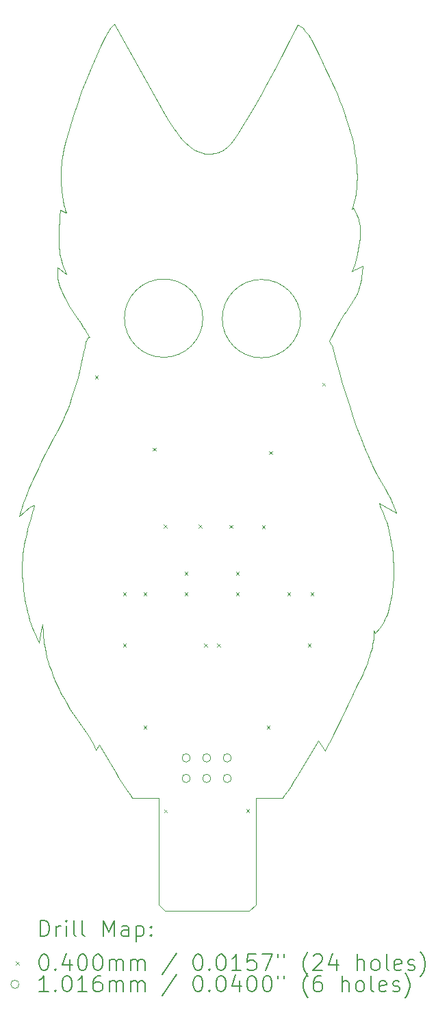
<source format=gbr>
%TF.GenerationSoftware,KiCad,Pcbnew,8.0.8*%
%TF.CreationDate,2025-01-21T00:02:26+01:00*%
%TF.ProjectId,cerberus,63657262-6572-4757-932e-6b696361645f,rev?*%
%TF.SameCoordinates,Original*%
%TF.FileFunction,Drillmap*%
%TF.FilePolarity,Positive*%
%FSLAX45Y45*%
G04 Gerber Fmt 4.5, Leading zero omitted, Abs format (unit mm)*
G04 Created by KiCad (PCBNEW 8.0.8) date 2025-01-21 00:02:26*
%MOMM*%
%LPD*%
G01*
G04 APERTURE LIST*
%ADD10C,0.000001*%
%ADD11C,0.050000*%
%ADD12C,0.200000*%
%ADD13C,0.100000*%
%ADD14C,0.101600*%
G04 APERTURE END LIST*
D10*
X6697727Y-6813741D02*
X6708936Y-6805598D01*
X8367460Y-7962910D02*
X8360344Y-8011356D01*
X6661892Y-6835608D02*
X6674216Y-6828772D01*
X8770827Y-12307639D02*
X8764816Y-12347933D01*
X8245540Y-10000224D02*
X8284009Y-10113761D01*
X4465570Y-12923365D02*
X4461117Y-12888586D01*
X8327248Y-13479396D02*
X8293400Y-13550890D01*
X6752454Y-6767549D02*
X6762578Y-6757152D01*
X8320961Y-7603172D02*
X8330901Y-7622587D01*
X8681589Y-11377018D02*
X8691236Y-11403250D01*
X5021019Y-14089627D02*
X5004224Y-14064455D01*
X8009764Y-14135465D02*
X7979433Y-14192061D01*
X6857474Y-6629739D02*
X6949993Y-6478442D01*
X8338081Y-8595783D02*
X8327488Y-8618805D01*
X8277677Y-6688497D02*
X8295531Y-6770385D01*
X4248829Y-12491883D02*
X4237638Y-12437409D01*
X4438187Y-12732067D02*
X4435078Y-12748394D01*
X7735166Y-5403090D02*
X7752762Y-5431807D01*
X7578445Y-5322397D02*
X7603878Y-5270588D01*
X6138912Y-6651388D02*
X6176277Y-6695134D01*
X4817138Y-8817592D02*
X4769168Y-8740354D01*
X4633544Y-10298097D02*
X4667356Y-10233895D01*
X4155769Y-11358316D02*
X4210182Y-11191317D01*
X8301924Y-8310351D02*
X8308456Y-8306644D01*
X6255495Y-6772066D02*
X6276239Y-6788621D01*
X6035710Y-6506899D02*
X6068636Y-6556614D01*
X8339723Y-7642589D02*
X8347465Y-7663140D01*
X4869590Y-13868874D02*
X4829187Y-13808150D01*
X4648494Y-13494528D02*
X4630194Y-13455960D01*
X8481648Y-10633756D02*
X8528453Y-10734351D01*
X8257129Y-6607127D02*
X8277677Y-6688497D01*
X4725035Y-8663185D02*
X4705075Y-8625031D01*
X4324675Y-11228970D02*
X4319200Y-11230701D01*
X6608539Y-6857817D02*
X6622508Y-6853087D01*
X8286548Y-7540653D02*
X8320961Y-7603172D01*
X8329199Y-8154019D02*
X8303372Y-8243852D01*
X4288822Y-12645725D02*
X4274470Y-12596431D01*
X4337237Y-11225632D02*
X4330683Y-11227272D01*
X7477107Y-14760076D02*
X7436943Y-14818449D01*
X6340741Y-6830546D02*
X6363002Y-6841669D01*
X4357674Y-10837792D02*
X4392235Y-10764540D01*
X4193636Y-12039709D02*
X4193187Y-11986774D01*
X4637017Y-8445052D02*
X4631623Y-8412349D01*
X4649647Y-7777212D02*
X4654137Y-7711761D01*
X4991317Y-9080458D02*
X4977406Y-9059048D01*
X8741047Y-11582542D02*
X8749878Y-11626144D01*
X4735066Y-7586256D02*
X4729030Y-7567422D01*
X7856441Y-14136667D02*
X7594430Y-14577470D01*
X4333309Y-11265915D02*
X4344351Y-11224076D01*
X7603878Y-5270588D02*
X7651306Y-5303069D01*
X4911371Y-9520394D02*
X4954825Y-9323834D01*
X8380748Y-10387853D02*
X8432312Y-10518755D01*
X6809154Y-6701320D02*
X6817731Y-6689590D01*
X4954825Y-9323834D02*
X4967170Y-9266214D01*
X4673479Y-7151770D02*
X4673437Y-7128628D01*
X4647938Y-7987730D02*
X4646116Y-7941833D01*
X4445000Y-12700000D02*
X4441491Y-12715932D01*
X4193187Y-11986774D02*
X4194369Y-11936175D01*
X5386509Y-14590888D02*
X5347708Y-14526882D01*
X4259069Y-11062689D02*
X4278136Y-11016761D01*
X7683609Y-5332699D02*
X7700485Y-5353119D01*
X4302336Y-11237448D02*
X4296731Y-11240362D01*
X4724491Y-8323024D02*
X4702954Y-8262435D01*
X4330683Y-11227272D02*
X4324675Y-11228970D01*
X8372427Y-7914526D02*
X8367460Y-7962910D01*
X8731432Y-12499549D02*
X8720710Y-12534581D01*
X8347465Y-7663140D02*
X8354165Y-7684202D01*
X6480039Y-6872195D02*
X6497835Y-6872921D01*
X4723129Y-7548027D02*
X4717437Y-7527975D01*
X4486796Y-13045963D02*
X4476152Y-12991168D01*
X4628743Y-8282474D02*
X4738423Y-8361813D01*
X8335401Y-7209210D02*
X8333781Y-7242297D01*
X5108734Y-14253027D02*
X5070053Y-14172359D01*
X4327257Y-10904273D02*
X4357674Y-10837792D01*
X4681341Y-7307220D02*
X4679422Y-7285373D01*
X8122679Y-6213512D02*
X8153045Y-6290230D01*
X8024535Y-5990200D02*
X8058193Y-6063379D01*
X6772418Y-6746459D02*
X6781986Y-6735500D01*
X4706970Y-7485514D02*
X4702342Y-7462914D01*
X4204232Y-12208171D02*
X4199211Y-12150842D01*
X4314242Y-11232439D02*
X4309788Y-11234160D01*
X4982932Y-9200863D02*
X4987766Y-9185051D01*
X4667356Y-10233895D02*
X4698962Y-10168203D01*
X8547508Y-12775247D02*
X8545583Y-12808538D01*
X6004249Y-6456504D02*
X6035710Y-6506899D01*
X8347964Y-8571677D02*
X8338081Y-8595783D01*
X4441491Y-12715932D02*
X4438187Y-12732067D01*
X8303372Y-8243852D02*
X8276390Y-8326619D01*
X4685455Y-6957854D02*
X4692609Y-6911994D01*
X4296731Y-11240362D02*
X4292859Y-11242700D01*
X4450442Y-12778963D02*
X4445000Y-12700000D01*
X7659168Y-5308945D02*
X7667181Y-5315876D01*
X8529549Y-12941607D02*
X8522724Y-12976221D01*
X8118222Y-9585228D02*
X8148052Y-9690994D01*
X8387410Y-8424587D02*
X8380784Y-8458528D01*
X7913317Y-5756500D02*
X7938259Y-5811534D01*
X6686157Y-6821474D02*
X6697727Y-6813741D01*
X4261123Y-12545020D02*
X4248829Y-12491883D01*
X5286005Y-5316706D02*
X5332482Y-5264795D01*
X4499416Y-13100423D02*
X4486796Y-13045963D01*
X4728442Y-10101436D02*
X4755877Y-10034007D01*
X8365677Y-8519037D02*
X8357156Y-8546193D01*
X8174708Y-8859863D02*
X8146650Y-8904655D01*
X4676375Y-7241591D02*
X4675248Y-7219491D01*
X4985957Y-14037650D02*
X4945681Y-13979471D01*
X8273318Y-7555833D02*
X8286548Y-7540653D01*
X4746489Y-8701680D02*
X4725035Y-8663185D01*
X4947688Y-9014207D02*
X4916042Y-8967082D01*
X8055630Y-9342863D02*
X8087779Y-9470606D01*
X4629592Y-8381122D02*
X4628743Y-8282474D01*
X6742039Y-6777622D02*
X6752454Y-6767549D01*
X6708936Y-6805598D02*
X6720289Y-6796676D01*
X6531885Y-6872080D02*
X6548161Y-6870566D01*
X8493143Y-13087685D02*
X8479757Y-13128294D01*
X4674388Y-7197173D02*
X4673797Y-7174609D01*
X4967170Y-9266214D02*
X4972713Y-9241532D01*
X4298741Y-11387795D02*
X4321943Y-11307021D01*
X7667181Y-5315876D02*
X7683609Y-5332699D01*
X8333464Y-7059510D02*
X8335381Y-7100953D01*
X8263187Y-8727960D02*
X8231813Y-8774337D01*
X4195661Y-12094543D02*
X4193636Y-12039709D01*
X7717706Y-5376722D02*
X7735166Y-5403090D01*
X6817731Y-6689590D02*
X6826085Y-6677741D01*
X6318861Y-6817943D02*
X6340741Y-6830546D01*
X4470562Y-12957510D02*
X4465570Y-12923365D01*
X5535216Y-14814434D02*
X5487420Y-14744824D01*
X4741165Y-7604624D02*
X4735066Y-7586256D01*
X4514254Y-13155188D02*
X4499416Y-13100423D01*
X4692609Y-6911994D02*
X4701314Y-6864087D01*
X4646116Y-7941833D02*
X4645731Y-7891768D01*
X4660440Y-7640222D02*
X4667266Y-7569774D01*
X4667266Y-7569774D02*
X4731134Y-7599792D01*
X6731320Y-6787340D02*
X6742039Y-6777622D01*
X4683778Y-8202451D02*
X4675310Y-8171486D01*
X4227597Y-12381987D02*
X4218478Y-12324178D01*
X4667372Y-13532399D02*
X4648494Y-13494528D01*
X7938940Y-14264699D02*
X7856441Y-14136667D01*
X8374934Y-7866509D02*
X8372427Y-7914526D01*
X4292859Y-11242700D02*
X4289869Y-11244836D01*
X8757879Y-12387367D02*
X8750008Y-12425845D01*
X8291253Y-8684311D02*
X8263187Y-8727960D01*
X8371330Y-7772794D02*
X8374672Y-7819163D01*
X7651306Y-5303069D02*
X7659168Y-5308945D01*
X4705075Y-8625031D02*
X4686875Y-8587380D01*
X8310751Y-7414963D02*
X8299299Y-7464596D01*
X5557948Y-14847935D02*
X5535216Y-14814434D01*
X4731134Y-7599792D02*
X4741165Y-7604624D01*
X7555320Y-14640253D02*
X7516389Y-14700899D01*
X4693024Y-8232608D02*
X4683778Y-8202451D01*
X4344351Y-11224076D02*
X4337237Y-11225632D01*
X8022864Y-9239927D02*
X8024625Y-9243411D01*
X8651168Y-11302267D02*
X8661474Y-11326623D01*
X4457149Y-12853024D02*
X4453609Y-12816532D01*
X6068636Y-6556614D02*
X6103034Y-6604996D01*
X6429883Y-8907130D02*
G75*
G02*
X5459883Y-8907130I-485000J0D01*
G01*
X5459883Y-8907130D02*
G75*
G02*
X6429883Y-8907130I485000J0D01*
G01*
X8016661Y-9139560D02*
X7992491Y-9188358D01*
X4319200Y-11230701D02*
X4314242Y-11232439D01*
X8682709Y-12631248D02*
X8668070Y-12660339D01*
X5254593Y-5361388D02*
X5271627Y-5335202D01*
X8572420Y-10822032D02*
X8613246Y-10898291D01*
X8783780Y-11901921D02*
X8786155Y-11949083D01*
X4461117Y-12888586D02*
X4457149Y-12853024D01*
X5028173Y-9139914D02*
X5016790Y-9120952D01*
X6563954Y-6868356D02*
X6579273Y-6865478D01*
X6674216Y-6828772D02*
X6686157Y-6821474D01*
X8181851Y-6367890D02*
X8208868Y-6446376D01*
X8087779Y-9470606D02*
X8118222Y-9585228D01*
X8446817Y-13216340D02*
X8426970Y-13264324D01*
X8340903Y-8107215D02*
X8329199Y-8154019D01*
X4683521Y-7329068D02*
X4681341Y-7307220D01*
X8696357Y-12600527D02*
X8682709Y-12631248D01*
X4729030Y-7567422D02*
X4723129Y-7548027D01*
X7413537Y-14848345D02*
X7085004Y-14848000D01*
X8054851Y-9339930D02*
X8055630Y-9342863D01*
X4337429Y-12777015D02*
X4328785Y-12757146D01*
X5004475Y-9101113D02*
X4991317Y-9080458D01*
X4755877Y-10034007D02*
X4781347Y-9966329D01*
X7700485Y-5353119D02*
X7717706Y-5376722D01*
X5213537Y-5434818D02*
X5254593Y-5361388D01*
X8308456Y-8306644D02*
X8315044Y-8303095D01*
X6432074Y-6865329D02*
X6455864Y-6869708D01*
X4404647Y-12926212D02*
X4337429Y-12777015D01*
X8731334Y-11539946D02*
X8741047Y-11582542D01*
X8426970Y-13264324D02*
X8404675Y-13315316D01*
X4203203Y-11818228D02*
X4207682Y-11781183D01*
X5052035Y-5787432D02*
X5110304Y-5651857D01*
X5016790Y-9120952D02*
X5004475Y-9101113D01*
X8129864Y-13893922D02*
X8046098Y-14064295D01*
X8542971Y-12841546D02*
X8539525Y-12874543D01*
X4977406Y-9059048D02*
X4947688Y-9014207D01*
X4574499Y-13327704D02*
X4551553Y-13268189D01*
X7992491Y-9188358D02*
X8012919Y-9222542D01*
X8393442Y-8387795D02*
X8387410Y-8424587D01*
X4673437Y-7128628D02*
X4673672Y-7105155D01*
X4575545Y-10404610D02*
X4633544Y-10298097D01*
X4263331Y-11512750D02*
X4298741Y-11387795D01*
X8330614Y-7018075D02*
X8333464Y-7059510D01*
X5271627Y-5335202D02*
X5286005Y-5316706D01*
X8764861Y-11171340D02*
X8772757Y-11190206D01*
X8776182Y-11808127D02*
X8783780Y-11901921D01*
X8373547Y-8489913D02*
X8365677Y-8519037D01*
X8024625Y-9243411D02*
X8054851Y-9339930D01*
X5110304Y-5651857D02*
X5164789Y-5532980D01*
X7770391Y-5462456D02*
X7787947Y-5494620D01*
X8464364Y-13171088D02*
X8446817Y-13216340D01*
X8691236Y-11403250D02*
X8700501Y-11430303D01*
X8479757Y-13128294D02*
X8464364Y-13171088D01*
X8331437Y-7274019D02*
X8328424Y-7304456D01*
X8234115Y-6526384D02*
X8257129Y-6607127D01*
X6622508Y-6853087D02*
X6636049Y-6847791D01*
X4997275Y-9162915D02*
X5006052Y-9148577D01*
X4474515Y-10597880D02*
X4522596Y-10504551D01*
X6455864Y-6869708D02*
X6480039Y-6872195D01*
X5487420Y-14744824D02*
X5437921Y-14670453D01*
X7955545Y-5848207D02*
X7990243Y-5918437D01*
X8613246Y-10898291D02*
X8684255Y-11022517D01*
X8558040Y-12811668D02*
X8547508Y-12775247D01*
X4676156Y-7042700D02*
X4679941Y-7001483D01*
X8741195Y-12463271D02*
X8731432Y-12499549D01*
X5004224Y-14064455D02*
X4985957Y-14037650D01*
X8630470Y-11254751D02*
X8651168Y-11302267D01*
X8756027Y-11152198D02*
X8764861Y-11171340D01*
X8354165Y-7684202D02*
X8359863Y-7705736D01*
X8788008Y-12043314D02*
X8787465Y-12090134D01*
X8210708Y-9894507D02*
X8245540Y-10000224D01*
X8764854Y-11715869D02*
X8770979Y-11761744D01*
X8635784Y-12713246D02*
X8618121Y-12736870D01*
X8764816Y-12347933D02*
X8757879Y-12387367D01*
X6791292Y-6724304D02*
X6800344Y-6712901D01*
X8284009Y-10113761D02*
X8327262Y-10239560D01*
X5859590Y-6201066D02*
X5945698Y-6356304D01*
X7938259Y-5811534D02*
X7948037Y-5832647D01*
X4661086Y-8105210D02*
X4655517Y-8068939D01*
X8528453Y-10734351D02*
X8572420Y-10822032D01*
X4686875Y-8587380D02*
X4670702Y-8550395D01*
X8178362Y-9792170D02*
X8210708Y-9894507D01*
X5070053Y-14172359D02*
X5065734Y-14163696D01*
X8327262Y-10239560D02*
X8380748Y-10387853D01*
X4994893Y-9167236D02*
X4997275Y-9162915D01*
X8720710Y-12534581D02*
X8709021Y-12568273D01*
X4237638Y-12437409D02*
X4227597Y-12381987D01*
X7495860Y-5488027D02*
X7578445Y-5322397D01*
X4972713Y-9241532D02*
X4977940Y-9219719D01*
X6800344Y-6712901D02*
X6809154Y-6701320D01*
X4706526Y-13605980D02*
X4686744Y-13569556D01*
X4196492Y-11895634D02*
X4199455Y-11856348D01*
X4305824Y-11235838D02*
X4302336Y-11237448D01*
X4846771Y-9765946D02*
X4882036Y-9638701D01*
X4992520Y-9172373D02*
X4994893Y-9167236D01*
X6515113Y-6872874D02*
X6531885Y-6872080D01*
X8360344Y-8011356D02*
X8351388Y-8059560D01*
X8380784Y-8458528D02*
X8373547Y-8489913D01*
X4679941Y-7001483D02*
X4685455Y-6957854D01*
X8410008Y-8258591D02*
X8398900Y-8347860D01*
X8326860Y-6976661D02*
X8330614Y-7018075D01*
X8231813Y-8774337D02*
X8203530Y-8815926D01*
X8012919Y-9222542D02*
X8019343Y-9233568D01*
X8019343Y-9233568D02*
X8022864Y-9239927D01*
X4685958Y-7350945D02*
X4683521Y-7329068D01*
X7594430Y-14577470D02*
X7555320Y-14640253D01*
X4711481Y-6814315D02*
X4735848Y-6709906D01*
X7639415Y-8912687D02*
G75*
G02*
X6669415Y-8912687I-485000J0D01*
G01*
X6669415Y-8912687D02*
G75*
G02*
X7639415Y-8912687I485000J0D01*
G01*
X4278136Y-11016761D02*
X4300805Y-10963943D01*
X4655517Y-8068939D02*
X4651104Y-8029939D01*
X5332482Y-5264795D02*
X5859590Y-6201066D01*
X8684255Y-11022517D02*
X8711643Y-11069645D01*
X6385643Y-6851228D02*
X6408667Y-6859142D01*
X4630194Y-13455960D02*
X4600632Y-13390081D01*
X7948037Y-5832647D02*
X7955545Y-5848207D01*
X8315044Y-8303095D02*
X8321689Y-8299711D01*
X4698215Y-7439271D02*
X4691592Y-7394890D01*
X8539525Y-12874543D02*
X8535101Y-12907806D01*
X4691592Y-7394890D02*
X4688649Y-7372876D01*
X4829187Y-13808150D02*
X4788099Y-13743998D01*
X4675310Y-8171486D02*
X4667715Y-8139232D01*
X8208868Y-6446376D02*
X8234115Y-6526384D01*
X8328424Y-7304456D02*
X8324794Y-7333689D01*
X4645506Y-8479068D02*
X4637017Y-8445052D01*
X8335381Y-7100953D02*
X8336255Y-7138618D01*
X8359863Y-7705736D02*
X8364597Y-7727705D01*
X4945681Y-13979471D02*
X4869590Y-13868874D01*
X4667715Y-8139232D02*
X4661086Y-8105210D01*
X4987766Y-9185051D02*
X4992520Y-9172373D01*
X4931964Y-6092607D02*
X4991937Y-5935688D01*
X8304094Y-8662775D02*
X8291253Y-8684311D01*
X8504668Y-13048986D02*
X8493143Y-13087685D01*
X8295531Y-6770385D02*
X8310459Y-6852682D01*
X6297361Y-6803940D02*
X6318861Y-6817943D01*
X8148052Y-9690994D02*
X8178362Y-9792170D01*
X4769168Y-8740354D02*
X4746489Y-8701680D01*
X8746272Y-11132619D02*
X8756027Y-11152198D01*
X5149271Y-14189818D02*
X5108734Y-14253027D01*
X4654137Y-7711761D02*
X4660440Y-7640222D01*
X6103034Y-6604996D02*
X6138912Y-6651388D01*
X8821977Y-11314794D02*
X8607937Y-11202891D01*
X8289037Y-8318211D02*
X8295451Y-8314209D01*
X8607937Y-11202891D02*
X8619068Y-11228717D01*
X8772757Y-11190206D02*
X8821977Y-11314794D01*
X8709021Y-12568273D02*
X8696357Y-12600527D01*
X8321689Y-8299711D02*
X8328389Y-8296500D01*
X4882036Y-9638701D02*
X4911371Y-9520394D01*
X4431122Y-10684556D02*
X4474515Y-10597880D01*
X7822427Y-5561829D02*
X7855371Y-5630100D01*
X8432312Y-10518755D02*
X8481648Y-10633756D01*
X5347708Y-14526882D02*
X5283979Y-14419291D01*
X4551553Y-13268189D02*
X4531552Y-13210897D01*
X8327488Y-8618805D02*
X8316165Y-8641038D01*
X7752762Y-5431807D02*
X7770391Y-5462456D01*
X6363002Y-6841669D02*
X6385643Y-6851228D01*
X5021695Y-9142415D02*
X5028173Y-9139914D01*
X4673672Y-7105155D02*
X4674188Y-7081322D01*
X4675248Y-7219491D02*
X4674388Y-7197173D01*
X8276390Y-8326619D02*
X8282683Y-8322350D01*
X5437921Y-14670453D02*
X5386509Y-14590888D01*
X8724063Y-11091504D02*
X8735612Y-11112441D01*
X4735848Y-6709906D02*
X4765000Y-6600228D01*
X8535101Y-12907806D02*
X8529549Y-12941607D01*
X8671641Y-11351508D02*
X8681589Y-11377018D01*
X7979433Y-14192061D02*
X7938940Y-14264699D01*
X8787465Y-12090134D02*
X8785929Y-12136591D01*
X8293400Y-13550890D02*
X8129864Y-13893922D01*
X8316165Y-8641038D02*
X8304094Y-8662775D01*
X8780106Y-12224857D02*
X8775921Y-12266582D01*
X8379787Y-13369589D02*
X8352157Y-13427418D01*
X4274470Y-12596431D02*
X4261123Y-12545020D01*
X7855371Y-5630100D02*
X7913317Y-5756500D01*
X8041396Y-9091297D02*
X8016661Y-9139560D01*
X4218616Y-11709960D02*
X4231824Y-11641960D01*
X8322230Y-6935282D02*
X8326860Y-6976661D01*
X6826085Y-6677741D02*
X6842166Y-6653803D01*
X4674188Y-7081322D02*
X4676156Y-7042700D01*
X8398900Y-8347860D02*
X8393442Y-8387795D01*
X6276239Y-6788621D02*
X6297361Y-6803940D01*
X7224404Y-6001387D02*
X7318164Y-5828939D01*
X4300805Y-10963943D02*
X4327257Y-10904273D01*
X4686744Y-13569556D02*
X4667372Y-13532399D01*
X8330901Y-7622587D02*
X8339723Y-7642589D01*
X8652431Y-12687704D02*
X8635784Y-12713246D01*
X8749878Y-11626144D02*
X8757817Y-11670628D01*
X4673797Y-7174609D02*
X4673479Y-7151770D01*
X4765000Y-6600228D02*
X4798227Y-6486739D01*
X4781347Y-9966329D02*
X4804932Y-9898818D01*
X8310459Y-6852682D02*
X8322230Y-6935282D01*
X8357156Y-8546193D02*
X8347964Y-8571677D01*
X4670702Y-8550395D02*
X4656824Y-8514237D01*
X4701314Y-6864087D02*
X4711481Y-6814315D01*
X7134041Y-6163043D02*
X7224404Y-6001387D01*
X4798227Y-6486739D02*
X4834820Y-6370901D01*
X5164789Y-5532980D02*
X5213537Y-5434818D01*
X8709302Y-11458272D02*
X8720749Y-11498481D01*
X6579273Y-6865478D02*
X6594132Y-6861956D01*
X4702342Y-7462914D02*
X4698215Y-7439271D01*
X4746990Y-13676561D02*
X4706526Y-13605980D01*
X8700501Y-11430303D02*
X8709302Y-11458272D01*
X8119323Y-8950247D02*
X8092693Y-8996587D01*
X8786155Y-11949083D02*
X8787568Y-11996255D01*
X6497835Y-6872921D02*
X6515113Y-6872874D01*
X4646876Y-7837054D02*
X4649647Y-7777212D01*
X8735612Y-11112441D02*
X8746272Y-11132619D01*
X8364597Y-7727705D02*
X8371330Y-7772794D01*
X7408874Y-5657347D02*
X7495860Y-5488027D01*
X8282683Y-8322350D02*
X8289037Y-8318211D01*
X8711643Y-11069645D02*
X8724063Y-11091504D01*
X6408667Y-6859142D02*
X6432074Y-6865329D01*
X4453609Y-12816532D02*
X4450442Y-12778963D01*
X4218478Y-12324178D02*
X4210672Y-12266095D01*
X8351388Y-8059560D02*
X8340903Y-8107215D01*
X4874068Y-6254174D02*
X4931964Y-6092607D01*
X6176277Y-6695134D02*
X6215136Y-6735578D01*
X8514480Y-13011923D02*
X8504668Y-13048986D01*
X4328785Y-12757146D02*
X4320350Y-12736407D01*
X8090984Y-6137856D02*
X8122679Y-6213512D01*
X8619068Y-11228717D02*
X8630470Y-11254751D01*
X6720289Y-6796676D02*
X6731320Y-6787340D01*
X4702954Y-8262435D02*
X4693024Y-8232608D01*
X4916042Y-8967082D02*
X4866808Y-8893600D01*
X6781986Y-6735500D02*
X6791292Y-6724304D01*
X6548161Y-6870566D02*
X6563954Y-6868356D01*
X4645731Y-7891768D02*
X4646876Y-7837054D01*
X4432157Y-12764900D02*
X4404647Y-12926212D01*
X7042376Y-6322469D02*
X7134041Y-6163043D01*
X8299299Y-7464596D02*
X8286678Y-7511338D01*
X4231017Y-11133712D02*
X4259069Y-11062689D01*
X5283979Y-14419291D02*
X5149271Y-14189818D01*
X7787947Y-5494620D02*
X7822427Y-5561829D01*
X4309788Y-11234160D02*
X4305824Y-11235838D01*
X8092693Y-8996587D02*
X8066729Y-9043622D01*
X7990243Y-5918437D02*
X8024535Y-5990200D01*
X4991937Y-5935688D02*
X5052035Y-5787432D01*
X4631623Y-8412349D02*
X4629592Y-8381122D01*
X4677766Y-7263501D02*
X4676375Y-7241591D01*
X4977940Y-9219719D02*
X4982932Y-9200863D01*
X5060856Y-14154533D02*
X5049505Y-14134748D01*
X7436943Y-14818449D02*
X7413537Y-14848345D01*
X4210672Y-12266095D02*
X4204232Y-12208171D01*
X4435078Y-12748394D02*
X4432157Y-12764900D01*
X7516389Y-14700899D02*
X7477107Y-14760076D01*
X8668070Y-12660339D02*
X8652431Y-12687704D01*
X8661474Y-11326623D02*
X8671641Y-11351508D01*
X4717437Y-7527975D02*
X4712026Y-7507169D01*
X8058193Y-6063379D02*
X8090984Y-6137856D01*
X8750008Y-12425845D02*
X8741195Y-12463271D01*
X6215136Y-6735578D02*
X6255495Y-6772066D01*
X4679422Y-7285373D02*
X4677766Y-7263501D01*
X4320350Y-12736407D02*
X4304132Y-12692514D01*
X5036169Y-14113085D02*
X5021019Y-14089627D01*
X8336255Y-7138618D02*
X8336244Y-7174677D01*
X8146650Y-8904655D02*
X8119323Y-8950247D01*
X6762578Y-6757152D02*
X6772418Y-6746459D01*
X4712026Y-7507169D02*
X4706970Y-7485514D01*
X5006052Y-9148577D02*
X5021695Y-9142415D01*
X4231824Y-11641960D02*
X4246873Y-11576463D01*
X8066729Y-9043622D02*
X8041396Y-9091297D01*
X8286678Y-7511338D02*
X8273318Y-7555833D01*
X5065734Y-14163696D02*
X5060856Y-14154533D01*
X5049505Y-14134748D02*
X5036169Y-14113085D01*
X4321943Y-11307021D02*
X4333309Y-11265915D01*
X8320603Y-7361798D02*
X8310751Y-7414963D01*
X4289869Y-11244836D02*
X4155769Y-11358316D01*
X8785929Y-12136591D02*
X8783391Y-12182561D01*
X8336244Y-7174677D02*
X8335401Y-7209210D01*
X4804932Y-9898818D02*
X4846771Y-9765946D01*
X8333781Y-7242297D02*
X8331437Y-7274019D01*
X4600632Y-13390081D02*
X4574499Y-13327704D01*
X8203530Y-8815926D02*
X8174708Y-8859863D01*
X4392235Y-10764540D02*
X4431122Y-10684556D01*
X8775921Y-12266582D02*
X8770827Y-12307639D01*
X8757817Y-11670628D02*
X8764854Y-11715869D01*
X8770979Y-11761744D02*
X8776182Y-11808127D01*
X4834820Y-6370901D02*
X4874068Y-6254174D01*
X8046098Y-14064295D02*
X8009764Y-14135465D01*
X4656824Y-8514237D02*
X4645506Y-8479068D01*
X6649173Y-6841956D02*
X6661892Y-6835608D01*
X4194369Y-11936175D02*
X4196492Y-11895634D01*
X6636049Y-6847791D02*
X6649173Y-6841956D01*
X4199455Y-11856348D02*
X4203203Y-11818228D01*
X8153045Y-6290230D02*
X8181851Y-6367890D01*
X8295451Y-8314209D02*
X8301924Y-8310351D01*
X4788099Y-13743998D02*
X4746990Y-13676561D01*
X6949993Y-6478442D02*
X7042376Y-6322469D01*
X8783391Y-12182561D02*
X8780106Y-12224857D01*
X4866808Y-8893600D02*
X4817138Y-8817592D01*
X6594132Y-6861956D02*
X6608539Y-6857817D01*
X6842166Y-6653803D02*
X6857474Y-6629739D01*
X5945698Y-6356304D02*
X6004249Y-6456504D01*
X4738423Y-8361813D02*
X4724491Y-8323024D01*
X8545583Y-12808538D02*
X8542971Y-12841546D01*
X4210182Y-11191317D02*
X4231017Y-11133712D01*
X4651104Y-8029939D02*
X4647938Y-7987730D01*
X4304132Y-12692514D02*
X4288822Y-12645725D01*
X4246873Y-11576463D02*
X4263331Y-11512750D01*
X7318164Y-5828939D02*
X7408874Y-5657347D01*
X4688649Y-7372876D02*
X4685958Y-7350945D01*
X4207682Y-11781183D02*
X4218616Y-11709960D01*
X4522596Y-10504551D02*
X4575545Y-10404610D01*
X4698962Y-10168203D02*
X4728442Y-10101436D01*
X8324794Y-7333689D02*
X8320603Y-7361798D01*
X8720749Y-11498481D02*
X8731334Y-11539946D01*
X4531552Y-13210897D02*
X4514254Y-13155188D01*
X8522724Y-12976221D02*
X8514480Y-13011923D01*
X8328389Y-8296500D02*
X8410008Y-8258591D01*
X8787568Y-11996255D02*
X8788008Y-12043314D01*
X8374672Y-7819163D02*
X8374934Y-7866509D01*
X4476152Y-12991168D02*
X4470562Y-12957510D01*
X8618121Y-12736870D02*
X8558040Y-12811668D01*
X8404675Y-13315316D02*
X8379787Y-13369589D01*
X8352157Y-13427418D02*
X8327248Y-13479396D01*
X4199211Y-12150842D02*
X4195661Y-12094543D01*
X5885004Y-14848000D02*
X5557948Y-14847935D01*
D11*
X5965004Y-16248000D02*
X7005004Y-16248000D01*
X7085004Y-16168000D02*
X7005004Y-16248000D01*
X5885004Y-16168000D02*
X5965004Y-16248000D01*
X7085004Y-16168000D02*
X7085004Y-14848000D01*
X5885004Y-16168000D02*
X5885004Y-14848000D01*
D12*
D13*
X5093453Y-9616209D02*
X5133453Y-9656209D01*
X5133453Y-9616209D02*
X5093453Y-9656209D01*
X5441000Y-12299000D02*
X5481000Y-12339000D01*
X5481000Y-12299000D02*
X5441000Y-12339000D01*
X5441000Y-12934000D02*
X5481000Y-12974000D01*
X5481000Y-12934000D02*
X5441000Y-12974000D01*
X5695000Y-12299000D02*
X5735000Y-12339000D01*
X5735000Y-12299000D02*
X5695000Y-12339000D01*
X5695000Y-13950000D02*
X5735000Y-13990000D01*
X5735000Y-13950000D02*
X5695000Y-13990000D01*
X5807829Y-10510339D02*
X5847829Y-10550339D01*
X5847829Y-10510339D02*
X5807829Y-10550339D01*
X5947713Y-11465593D02*
X5987713Y-11505593D01*
X5987713Y-11465593D02*
X5947713Y-11505593D01*
X5949000Y-14989981D02*
X5989000Y-15029981D01*
X5989000Y-14989981D02*
X5949000Y-15029981D01*
X6203000Y-12045000D02*
X6243000Y-12085000D01*
X6243000Y-12045000D02*
X6203000Y-12085000D01*
X6203000Y-12299000D02*
X6243000Y-12339000D01*
X6243000Y-12299000D02*
X6203000Y-12339000D01*
X6376495Y-11464852D02*
X6416495Y-11504852D01*
X6416495Y-11464852D02*
X6376495Y-11504852D01*
X6444091Y-12933661D02*
X6484091Y-12973661D01*
X6484091Y-12933661D02*
X6444091Y-12973661D01*
X6602897Y-12935451D02*
X6642897Y-12975451D01*
X6642897Y-12935451D02*
X6602897Y-12975451D01*
X6760362Y-11466525D02*
X6800362Y-11506525D01*
X6800362Y-11466525D02*
X6760362Y-11506525D01*
X6838000Y-12299000D02*
X6878000Y-12339000D01*
X6878000Y-12299000D02*
X6838000Y-12339000D01*
X6838040Y-12045817D02*
X6878040Y-12085817D01*
X6878040Y-12045817D02*
X6838040Y-12085817D01*
X6965000Y-14987576D02*
X7005000Y-15027576D01*
X7005000Y-14987576D02*
X6965000Y-15027576D01*
X7159799Y-11469200D02*
X7199799Y-11509200D01*
X7199799Y-11469200D02*
X7159799Y-11509200D01*
X7219000Y-13950000D02*
X7259000Y-13990000D01*
X7259000Y-13950000D02*
X7219000Y-13990000D01*
X7250750Y-10552750D02*
X7290750Y-10592750D01*
X7290750Y-10552750D02*
X7250750Y-10592750D01*
X7473000Y-12299000D02*
X7513000Y-12339000D01*
X7513000Y-12299000D02*
X7473000Y-12339000D01*
X7727000Y-12934000D02*
X7767000Y-12974000D01*
X7767000Y-12934000D02*
X7727000Y-12974000D01*
X7762500Y-12299000D02*
X7802500Y-12339000D01*
X7802500Y-12299000D02*
X7762500Y-12339000D01*
X7905872Y-9705492D02*
X7945872Y-9745492D01*
X7945872Y-9705492D02*
X7905872Y-9745492D01*
D14*
X6273800Y-14351000D02*
G75*
G02*
X6172200Y-14351000I-50800J0D01*
G01*
X6172200Y-14351000D02*
G75*
G02*
X6273800Y-14351000I50800J0D01*
G01*
X6273800Y-14605000D02*
G75*
G02*
X6172200Y-14605000I-50800J0D01*
G01*
X6172200Y-14605000D02*
G75*
G02*
X6273800Y-14605000I50800J0D01*
G01*
X6527800Y-14351000D02*
G75*
G02*
X6426200Y-14351000I-50800J0D01*
G01*
X6426200Y-14351000D02*
G75*
G02*
X6527800Y-14351000I50800J0D01*
G01*
X6527800Y-14605000D02*
G75*
G02*
X6426200Y-14605000I-50800J0D01*
G01*
X6426200Y-14605000D02*
G75*
G02*
X6527800Y-14605000I50800J0D01*
G01*
X6781800Y-14351000D02*
G75*
G02*
X6680200Y-14351000I-50800J0D01*
G01*
X6680200Y-14351000D02*
G75*
G02*
X6781800Y-14351000I50800J0D01*
G01*
X6781800Y-14605000D02*
G75*
G02*
X6680200Y-14605000I-50800J0D01*
G01*
X6680200Y-14605000D02*
G75*
G02*
X6781800Y-14605000I50800J0D01*
G01*
D12*
X4416546Y-16561984D02*
X4416546Y-16361984D01*
X4416546Y-16361984D02*
X4464165Y-16361984D01*
X4464165Y-16361984D02*
X4492737Y-16371508D01*
X4492737Y-16371508D02*
X4511784Y-16390555D01*
X4511784Y-16390555D02*
X4521308Y-16409603D01*
X4521308Y-16409603D02*
X4530832Y-16447698D01*
X4530832Y-16447698D02*
X4530832Y-16476269D01*
X4530832Y-16476269D02*
X4521308Y-16514365D01*
X4521308Y-16514365D02*
X4511784Y-16533412D01*
X4511784Y-16533412D02*
X4492737Y-16552460D01*
X4492737Y-16552460D02*
X4464165Y-16561984D01*
X4464165Y-16561984D02*
X4416546Y-16561984D01*
X4616546Y-16561984D02*
X4616546Y-16428650D01*
X4616546Y-16466746D02*
X4626070Y-16447698D01*
X4626070Y-16447698D02*
X4635594Y-16438174D01*
X4635594Y-16438174D02*
X4654641Y-16428650D01*
X4654641Y-16428650D02*
X4673689Y-16428650D01*
X4740356Y-16561984D02*
X4740356Y-16428650D01*
X4740356Y-16361984D02*
X4730832Y-16371508D01*
X4730832Y-16371508D02*
X4740356Y-16381031D01*
X4740356Y-16381031D02*
X4749880Y-16371508D01*
X4749880Y-16371508D02*
X4740356Y-16361984D01*
X4740356Y-16361984D02*
X4740356Y-16381031D01*
X4864165Y-16561984D02*
X4845118Y-16552460D01*
X4845118Y-16552460D02*
X4835594Y-16533412D01*
X4835594Y-16533412D02*
X4835594Y-16361984D01*
X4968927Y-16561984D02*
X4949880Y-16552460D01*
X4949880Y-16552460D02*
X4940356Y-16533412D01*
X4940356Y-16533412D02*
X4940356Y-16361984D01*
X5197499Y-16561984D02*
X5197499Y-16361984D01*
X5197499Y-16361984D02*
X5264165Y-16504841D01*
X5264165Y-16504841D02*
X5330832Y-16361984D01*
X5330832Y-16361984D02*
X5330832Y-16561984D01*
X5511784Y-16561984D02*
X5511784Y-16457222D01*
X5511784Y-16457222D02*
X5502261Y-16438174D01*
X5502261Y-16438174D02*
X5483213Y-16428650D01*
X5483213Y-16428650D02*
X5445118Y-16428650D01*
X5445118Y-16428650D02*
X5426070Y-16438174D01*
X5511784Y-16552460D02*
X5492737Y-16561984D01*
X5492737Y-16561984D02*
X5445118Y-16561984D01*
X5445118Y-16561984D02*
X5426070Y-16552460D01*
X5426070Y-16552460D02*
X5416546Y-16533412D01*
X5416546Y-16533412D02*
X5416546Y-16514365D01*
X5416546Y-16514365D02*
X5426070Y-16495317D01*
X5426070Y-16495317D02*
X5445118Y-16485793D01*
X5445118Y-16485793D02*
X5492737Y-16485793D01*
X5492737Y-16485793D02*
X5511784Y-16476269D01*
X5607022Y-16428650D02*
X5607022Y-16628650D01*
X5607022Y-16438174D02*
X5626070Y-16428650D01*
X5626070Y-16428650D02*
X5664165Y-16428650D01*
X5664165Y-16428650D02*
X5683213Y-16438174D01*
X5683213Y-16438174D02*
X5692737Y-16447698D01*
X5692737Y-16447698D02*
X5702260Y-16466746D01*
X5702260Y-16466746D02*
X5702260Y-16523888D01*
X5702260Y-16523888D02*
X5692737Y-16542936D01*
X5692737Y-16542936D02*
X5683213Y-16552460D01*
X5683213Y-16552460D02*
X5664165Y-16561984D01*
X5664165Y-16561984D02*
X5626070Y-16561984D01*
X5626070Y-16561984D02*
X5607022Y-16552460D01*
X5787975Y-16542936D02*
X5797499Y-16552460D01*
X5797499Y-16552460D02*
X5787975Y-16561984D01*
X5787975Y-16561984D02*
X5778451Y-16552460D01*
X5778451Y-16552460D02*
X5787975Y-16542936D01*
X5787975Y-16542936D02*
X5787975Y-16561984D01*
X5787975Y-16438174D02*
X5797499Y-16447698D01*
X5797499Y-16447698D02*
X5787975Y-16457222D01*
X5787975Y-16457222D02*
X5778451Y-16447698D01*
X5778451Y-16447698D02*
X5787975Y-16438174D01*
X5787975Y-16438174D02*
X5787975Y-16457222D01*
D13*
X4115769Y-16870500D02*
X4155769Y-16910500D01*
X4155769Y-16870500D02*
X4115769Y-16910500D01*
D12*
X4454641Y-16781984D02*
X4473689Y-16781984D01*
X4473689Y-16781984D02*
X4492737Y-16791508D01*
X4492737Y-16791508D02*
X4502261Y-16801031D01*
X4502261Y-16801031D02*
X4511784Y-16820079D01*
X4511784Y-16820079D02*
X4521308Y-16858174D01*
X4521308Y-16858174D02*
X4521308Y-16905793D01*
X4521308Y-16905793D02*
X4511784Y-16943889D01*
X4511784Y-16943889D02*
X4502261Y-16962936D01*
X4502261Y-16962936D02*
X4492737Y-16972460D01*
X4492737Y-16972460D02*
X4473689Y-16981984D01*
X4473689Y-16981984D02*
X4454641Y-16981984D01*
X4454641Y-16981984D02*
X4435594Y-16972460D01*
X4435594Y-16972460D02*
X4426070Y-16962936D01*
X4426070Y-16962936D02*
X4416546Y-16943889D01*
X4416546Y-16943889D02*
X4407022Y-16905793D01*
X4407022Y-16905793D02*
X4407022Y-16858174D01*
X4407022Y-16858174D02*
X4416546Y-16820079D01*
X4416546Y-16820079D02*
X4426070Y-16801031D01*
X4426070Y-16801031D02*
X4435594Y-16791508D01*
X4435594Y-16791508D02*
X4454641Y-16781984D01*
X4607022Y-16962936D02*
X4616546Y-16972460D01*
X4616546Y-16972460D02*
X4607022Y-16981984D01*
X4607022Y-16981984D02*
X4597499Y-16972460D01*
X4597499Y-16972460D02*
X4607022Y-16962936D01*
X4607022Y-16962936D02*
X4607022Y-16981984D01*
X4787975Y-16848650D02*
X4787975Y-16981984D01*
X4740356Y-16772460D02*
X4692737Y-16915317D01*
X4692737Y-16915317D02*
X4816546Y-16915317D01*
X4930832Y-16781984D02*
X4949880Y-16781984D01*
X4949880Y-16781984D02*
X4968927Y-16791508D01*
X4968927Y-16791508D02*
X4978451Y-16801031D01*
X4978451Y-16801031D02*
X4987975Y-16820079D01*
X4987975Y-16820079D02*
X4997499Y-16858174D01*
X4997499Y-16858174D02*
X4997499Y-16905793D01*
X4997499Y-16905793D02*
X4987975Y-16943889D01*
X4987975Y-16943889D02*
X4978451Y-16962936D01*
X4978451Y-16962936D02*
X4968927Y-16972460D01*
X4968927Y-16972460D02*
X4949880Y-16981984D01*
X4949880Y-16981984D02*
X4930832Y-16981984D01*
X4930832Y-16981984D02*
X4911784Y-16972460D01*
X4911784Y-16972460D02*
X4902261Y-16962936D01*
X4902261Y-16962936D02*
X4892737Y-16943889D01*
X4892737Y-16943889D02*
X4883213Y-16905793D01*
X4883213Y-16905793D02*
X4883213Y-16858174D01*
X4883213Y-16858174D02*
X4892737Y-16820079D01*
X4892737Y-16820079D02*
X4902261Y-16801031D01*
X4902261Y-16801031D02*
X4911784Y-16791508D01*
X4911784Y-16791508D02*
X4930832Y-16781984D01*
X5121308Y-16781984D02*
X5140356Y-16781984D01*
X5140356Y-16781984D02*
X5159403Y-16791508D01*
X5159403Y-16791508D02*
X5168927Y-16801031D01*
X5168927Y-16801031D02*
X5178451Y-16820079D01*
X5178451Y-16820079D02*
X5187975Y-16858174D01*
X5187975Y-16858174D02*
X5187975Y-16905793D01*
X5187975Y-16905793D02*
X5178451Y-16943889D01*
X5178451Y-16943889D02*
X5168927Y-16962936D01*
X5168927Y-16962936D02*
X5159403Y-16972460D01*
X5159403Y-16972460D02*
X5140356Y-16981984D01*
X5140356Y-16981984D02*
X5121308Y-16981984D01*
X5121308Y-16981984D02*
X5102261Y-16972460D01*
X5102261Y-16972460D02*
X5092737Y-16962936D01*
X5092737Y-16962936D02*
X5083213Y-16943889D01*
X5083213Y-16943889D02*
X5073689Y-16905793D01*
X5073689Y-16905793D02*
X5073689Y-16858174D01*
X5073689Y-16858174D02*
X5083213Y-16820079D01*
X5083213Y-16820079D02*
X5092737Y-16801031D01*
X5092737Y-16801031D02*
X5102261Y-16791508D01*
X5102261Y-16791508D02*
X5121308Y-16781984D01*
X5273689Y-16981984D02*
X5273689Y-16848650D01*
X5273689Y-16867698D02*
X5283213Y-16858174D01*
X5283213Y-16858174D02*
X5302261Y-16848650D01*
X5302261Y-16848650D02*
X5330832Y-16848650D01*
X5330832Y-16848650D02*
X5349880Y-16858174D01*
X5349880Y-16858174D02*
X5359403Y-16877222D01*
X5359403Y-16877222D02*
X5359403Y-16981984D01*
X5359403Y-16877222D02*
X5368927Y-16858174D01*
X5368927Y-16858174D02*
X5387975Y-16848650D01*
X5387975Y-16848650D02*
X5416546Y-16848650D01*
X5416546Y-16848650D02*
X5435594Y-16858174D01*
X5435594Y-16858174D02*
X5445118Y-16877222D01*
X5445118Y-16877222D02*
X5445118Y-16981984D01*
X5540356Y-16981984D02*
X5540356Y-16848650D01*
X5540356Y-16867698D02*
X5549880Y-16858174D01*
X5549880Y-16858174D02*
X5568927Y-16848650D01*
X5568927Y-16848650D02*
X5597499Y-16848650D01*
X5597499Y-16848650D02*
X5616546Y-16858174D01*
X5616546Y-16858174D02*
X5626070Y-16877222D01*
X5626070Y-16877222D02*
X5626070Y-16981984D01*
X5626070Y-16877222D02*
X5635594Y-16858174D01*
X5635594Y-16858174D02*
X5654641Y-16848650D01*
X5654641Y-16848650D02*
X5683213Y-16848650D01*
X5683213Y-16848650D02*
X5702261Y-16858174D01*
X5702261Y-16858174D02*
X5711784Y-16877222D01*
X5711784Y-16877222D02*
X5711784Y-16981984D01*
X6102261Y-16772460D02*
X5930832Y-17029603D01*
X6359403Y-16781984D02*
X6378451Y-16781984D01*
X6378451Y-16781984D02*
X6397499Y-16791508D01*
X6397499Y-16791508D02*
X6407023Y-16801031D01*
X6407023Y-16801031D02*
X6416546Y-16820079D01*
X6416546Y-16820079D02*
X6426070Y-16858174D01*
X6426070Y-16858174D02*
X6426070Y-16905793D01*
X6426070Y-16905793D02*
X6416546Y-16943889D01*
X6416546Y-16943889D02*
X6407023Y-16962936D01*
X6407023Y-16962936D02*
X6397499Y-16972460D01*
X6397499Y-16972460D02*
X6378451Y-16981984D01*
X6378451Y-16981984D02*
X6359403Y-16981984D01*
X6359403Y-16981984D02*
X6340356Y-16972460D01*
X6340356Y-16972460D02*
X6330832Y-16962936D01*
X6330832Y-16962936D02*
X6321308Y-16943889D01*
X6321308Y-16943889D02*
X6311784Y-16905793D01*
X6311784Y-16905793D02*
X6311784Y-16858174D01*
X6311784Y-16858174D02*
X6321308Y-16820079D01*
X6321308Y-16820079D02*
X6330832Y-16801031D01*
X6330832Y-16801031D02*
X6340356Y-16791508D01*
X6340356Y-16791508D02*
X6359403Y-16781984D01*
X6511784Y-16962936D02*
X6521308Y-16972460D01*
X6521308Y-16972460D02*
X6511784Y-16981984D01*
X6511784Y-16981984D02*
X6502261Y-16972460D01*
X6502261Y-16972460D02*
X6511784Y-16962936D01*
X6511784Y-16962936D02*
X6511784Y-16981984D01*
X6645118Y-16781984D02*
X6664165Y-16781984D01*
X6664165Y-16781984D02*
X6683213Y-16791508D01*
X6683213Y-16791508D02*
X6692737Y-16801031D01*
X6692737Y-16801031D02*
X6702261Y-16820079D01*
X6702261Y-16820079D02*
X6711784Y-16858174D01*
X6711784Y-16858174D02*
X6711784Y-16905793D01*
X6711784Y-16905793D02*
X6702261Y-16943889D01*
X6702261Y-16943889D02*
X6692737Y-16962936D01*
X6692737Y-16962936D02*
X6683213Y-16972460D01*
X6683213Y-16972460D02*
X6664165Y-16981984D01*
X6664165Y-16981984D02*
X6645118Y-16981984D01*
X6645118Y-16981984D02*
X6626070Y-16972460D01*
X6626070Y-16972460D02*
X6616546Y-16962936D01*
X6616546Y-16962936D02*
X6607023Y-16943889D01*
X6607023Y-16943889D02*
X6597499Y-16905793D01*
X6597499Y-16905793D02*
X6597499Y-16858174D01*
X6597499Y-16858174D02*
X6607023Y-16820079D01*
X6607023Y-16820079D02*
X6616546Y-16801031D01*
X6616546Y-16801031D02*
X6626070Y-16791508D01*
X6626070Y-16791508D02*
X6645118Y-16781984D01*
X6902261Y-16981984D02*
X6787975Y-16981984D01*
X6845118Y-16981984D02*
X6845118Y-16781984D01*
X6845118Y-16781984D02*
X6826070Y-16810555D01*
X6826070Y-16810555D02*
X6807023Y-16829603D01*
X6807023Y-16829603D02*
X6787975Y-16839127D01*
X7083213Y-16781984D02*
X6987975Y-16781984D01*
X6987975Y-16781984D02*
X6978451Y-16877222D01*
X6978451Y-16877222D02*
X6987975Y-16867698D01*
X6987975Y-16867698D02*
X7007023Y-16858174D01*
X7007023Y-16858174D02*
X7054642Y-16858174D01*
X7054642Y-16858174D02*
X7073689Y-16867698D01*
X7073689Y-16867698D02*
X7083213Y-16877222D01*
X7083213Y-16877222D02*
X7092737Y-16896270D01*
X7092737Y-16896270D02*
X7092737Y-16943889D01*
X7092737Y-16943889D02*
X7083213Y-16962936D01*
X7083213Y-16962936D02*
X7073689Y-16972460D01*
X7073689Y-16972460D02*
X7054642Y-16981984D01*
X7054642Y-16981984D02*
X7007023Y-16981984D01*
X7007023Y-16981984D02*
X6987975Y-16972460D01*
X6987975Y-16972460D02*
X6978451Y-16962936D01*
X7159404Y-16781984D02*
X7292737Y-16781984D01*
X7292737Y-16781984D02*
X7207023Y-16981984D01*
X7359404Y-16781984D02*
X7359404Y-16820079D01*
X7435594Y-16781984D02*
X7435594Y-16820079D01*
X7730832Y-17058174D02*
X7721308Y-17048650D01*
X7721308Y-17048650D02*
X7702261Y-17020079D01*
X7702261Y-17020079D02*
X7692737Y-17001031D01*
X7692737Y-17001031D02*
X7683213Y-16972460D01*
X7683213Y-16972460D02*
X7673689Y-16924841D01*
X7673689Y-16924841D02*
X7673689Y-16886746D01*
X7673689Y-16886746D02*
X7683213Y-16839127D01*
X7683213Y-16839127D02*
X7692737Y-16810555D01*
X7692737Y-16810555D02*
X7702261Y-16791508D01*
X7702261Y-16791508D02*
X7721308Y-16762936D01*
X7721308Y-16762936D02*
X7730832Y-16753412D01*
X7797499Y-16801031D02*
X7807023Y-16791508D01*
X7807023Y-16791508D02*
X7826070Y-16781984D01*
X7826070Y-16781984D02*
X7873689Y-16781984D01*
X7873689Y-16781984D02*
X7892737Y-16791508D01*
X7892737Y-16791508D02*
X7902261Y-16801031D01*
X7902261Y-16801031D02*
X7911785Y-16820079D01*
X7911785Y-16820079D02*
X7911785Y-16839127D01*
X7911785Y-16839127D02*
X7902261Y-16867698D01*
X7902261Y-16867698D02*
X7787975Y-16981984D01*
X7787975Y-16981984D02*
X7911785Y-16981984D01*
X8083213Y-16848650D02*
X8083213Y-16981984D01*
X8035594Y-16772460D02*
X7987975Y-16915317D01*
X7987975Y-16915317D02*
X8111785Y-16915317D01*
X8340356Y-16981984D02*
X8340356Y-16781984D01*
X8426070Y-16981984D02*
X8426070Y-16877222D01*
X8426070Y-16877222D02*
X8416547Y-16858174D01*
X8416547Y-16858174D02*
X8397499Y-16848650D01*
X8397499Y-16848650D02*
X8368927Y-16848650D01*
X8368927Y-16848650D02*
X8349880Y-16858174D01*
X8349880Y-16858174D02*
X8340356Y-16867698D01*
X8549880Y-16981984D02*
X8530832Y-16972460D01*
X8530832Y-16972460D02*
X8521309Y-16962936D01*
X8521309Y-16962936D02*
X8511785Y-16943889D01*
X8511785Y-16943889D02*
X8511785Y-16886746D01*
X8511785Y-16886746D02*
X8521309Y-16867698D01*
X8521309Y-16867698D02*
X8530832Y-16858174D01*
X8530832Y-16858174D02*
X8549880Y-16848650D01*
X8549880Y-16848650D02*
X8578451Y-16848650D01*
X8578451Y-16848650D02*
X8597499Y-16858174D01*
X8597499Y-16858174D02*
X8607023Y-16867698D01*
X8607023Y-16867698D02*
X8616547Y-16886746D01*
X8616547Y-16886746D02*
X8616547Y-16943889D01*
X8616547Y-16943889D02*
X8607023Y-16962936D01*
X8607023Y-16962936D02*
X8597499Y-16972460D01*
X8597499Y-16972460D02*
X8578451Y-16981984D01*
X8578451Y-16981984D02*
X8549880Y-16981984D01*
X8730832Y-16981984D02*
X8711785Y-16972460D01*
X8711785Y-16972460D02*
X8702261Y-16953412D01*
X8702261Y-16953412D02*
X8702261Y-16781984D01*
X8883213Y-16972460D02*
X8864166Y-16981984D01*
X8864166Y-16981984D02*
X8826070Y-16981984D01*
X8826070Y-16981984D02*
X8807023Y-16972460D01*
X8807023Y-16972460D02*
X8797499Y-16953412D01*
X8797499Y-16953412D02*
X8797499Y-16877222D01*
X8797499Y-16877222D02*
X8807023Y-16858174D01*
X8807023Y-16858174D02*
X8826070Y-16848650D01*
X8826070Y-16848650D02*
X8864166Y-16848650D01*
X8864166Y-16848650D02*
X8883213Y-16858174D01*
X8883213Y-16858174D02*
X8892737Y-16877222D01*
X8892737Y-16877222D02*
X8892737Y-16896270D01*
X8892737Y-16896270D02*
X8797499Y-16915317D01*
X8968928Y-16972460D02*
X8987975Y-16981984D01*
X8987975Y-16981984D02*
X9026070Y-16981984D01*
X9026070Y-16981984D02*
X9045118Y-16972460D01*
X9045118Y-16972460D02*
X9054642Y-16953412D01*
X9054642Y-16953412D02*
X9054642Y-16943889D01*
X9054642Y-16943889D02*
X9045118Y-16924841D01*
X9045118Y-16924841D02*
X9026070Y-16915317D01*
X9026070Y-16915317D02*
X8997499Y-16915317D01*
X8997499Y-16915317D02*
X8978451Y-16905793D01*
X8978451Y-16905793D02*
X8968928Y-16886746D01*
X8968928Y-16886746D02*
X8968928Y-16877222D01*
X8968928Y-16877222D02*
X8978451Y-16858174D01*
X8978451Y-16858174D02*
X8997499Y-16848650D01*
X8997499Y-16848650D02*
X9026070Y-16848650D01*
X9026070Y-16848650D02*
X9045118Y-16858174D01*
X9121309Y-17058174D02*
X9130832Y-17048650D01*
X9130832Y-17048650D02*
X9149880Y-17020079D01*
X9149880Y-17020079D02*
X9159404Y-17001031D01*
X9159404Y-17001031D02*
X9168928Y-16972460D01*
X9168928Y-16972460D02*
X9178451Y-16924841D01*
X9178451Y-16924841D02*
X9178451Y-16886746D01*
X9178451Y-16886746D02*
X9168928Y-16839127D01*
X9168928Y-16839127D02*
X9159404Y-16810555D01*
X9159404Y-16810555D02*
X9149880Y-16791508D01*
X9149880Y-16791508D02*
X9130832Y-16762936D01*
X9130832Y-16762936D02*
X9121309Y-16753412D01*
D14*
X4155769Y-17154500D02*
G75*
G02*
X4054169Y-17154500I-50800J0D01*
G01*
X4054169Y-17154500D02*
G75*
G02*
X4155769Y-17154500I50800J0D01*
G01*
D12*
X4521308Y-17245984D02*
X4407022Y-17245984D01*
X4464165Y-17245984D02*
X4464165Y-17045984D01*
X4464165Y-17045984D02*
X4445118Y-17074555D01*
X4445118Y-17074555D02*
X4426070Y-17093603D01*
X4426070Y-17093603D02*
X4407022Y-17103127D01*
X4607022Y-17226936D02*
X4616546Y-17236460D01*
X4616546Y-17236460D02*
X4607022Y-17245984D01*
X4607022Y-17245984D02*
X4597499Y-17236460D01*
X4597499Y-17236460D02*
X4607022Y-17226936D01*
X4607022Y-17226936D02*
X4607022Y-17245984D01*
X4740356Y-17045984D02*
X4759403Y-17045984D01*
X4759403Y-17045984D02*
X4778451Y-17055508D01*
X4778451Y-17055508D02*
X4787975Y-17065031D01*
X4787975Y-17065031D02*
X4797499Y-17084079D01*
X4797499Y-17084079D02*
X4807022Y-17122174D01*
X4807022Y-17122174D02*
X4807022Y-17169793D01*
X4807022Y-17169793D02*
X4797499Y-17207889D01*
X4797499Y-17207889D02*
X4787975Y-17226936D01*
X4787975Y-17226936D02*
X4778451Y-17236460D01*
X4778451Y-17236460D02*
X4759403Y-17245984D01*
X4759403Y-17245984D02*
X4740356Y-17245984D01*
X4740356Y-17245984D02*
X4721308Y-17236460D01*
X4721308Y-17236460D02*
X4711784Y-17226936D01*
X4711784Y-17226936D02*
X4702261Y-17207889D01*
X4702261Y-17207889D02*
X4692737Y-17169793D01*
X4692737Y-17169793D02*
X4692737Y-17122174D01*
X4692737Y-17122174D02*
X4702261Y-17084079D01*
X4702261Y-17084079D02*
X4711784Y-17065031D01*
X4711784Y-17065031D02*
X4721308Y-17055508D01*
X4721308Y-17055508D02*
X4740356Y-17045984D01*
X4997499Y-17245984D02*
X4883213Y-17245984D01*
X4940356Y-17245984D02*
X4940356Y-17045984D01*
X4940356Y-17045984D02*
X4921308Y-17074555D01*
X4921308Y-17074555D02*
X4902261Y-17093603D01*
X4902261Y-17093603D02*
X4883213Y-17103127D01*
X5168927Y-17045984D02*
X5130832Y-17045984D01*
X5130832Y-17045984D02*
X5111784Y-17055508D01*
X5111784Y-17055508D02*
X5102261Y-17065031D01*
X5102261Y-17065031D02*
X5083213Y-17093603D01*
X5083213Y-17093603D02*
X5073689Y-17131698D01*
X5073689Y-17131698D02*
X5073689Y-17207889D01*
X5073689Y-17207889D02*
X5083213Y-17226936D01*
X5083213Y-17226936D02*
X5092737Y-17236460D01*
X5092737Y-17236460D02*
X5111784Y-17245984D01*
X5111784Y-17245984D02*
X5149880Y-17245984D01*
X5149880Y-17245984D02*
X5168927Y-17236460D01*
X5168927Y-17236460D02*
X5178451Y-17226936D01*
X5178451Y-17226936D02*
X5187975Y-17207889D01*
X5187975Y-17207889D02*
X5187975Y-17160270D01*
X5187975Y-17160270D02*
X5178451Y-17141222D01*
X5178451Y-17141222D02*
X5168927Y-17131698D01*
X5168927Y-17131698D02*
X5149880Y-17122174D01*
X5149880Y-17122174D02*
X5111784Y-17122174D01*
X5111784Y-17122174D02*
X5092737Y-17131698D01*
X5092737Y-17131698D02*
X5083213Y-17141222D01*
X5083213Y-17141222D02*
X5073689Y-17160270D01*
X5273689Y-17245984D02*
X5273689Y-17112650D01*
X5273689Y-17131698D02*
X5283213Y-17122174D01*
X5283213Y-17122174D02*
X5302261Y-17112650D01*
X5302261Y-17112650D02*
X5330832Y-17112650D01*
X5330832Y-17112650D02*
X5349880Y-17122174D01*
X5349880Y-17122174D02*
X5359403Y-17141222D01*
X5359403Y-17141222D02*
X5359403Y-17245984D01*
X5359403Y-17141222D02*
X5368927Y-17122174D01*
X5368927Y-17122174D02*
X5387975Y-17112650D01*
X5387975Y-17112650D02*
X5416546Y-17112650D01*
X5416546Y-17112650D02*
X5435594Y-17122174D01*
X5435594Y-17122174D02*
X5445118Y-17141222D01*
X5445118Y-17141222D02*
X5445118Y-17245984D01*
X5540356Y-17245984D02*
X5540356Y-17112650D01*
X5540356Y-17131698D02*
X5549880Y-17122174D01*
X5549880Y-17122174D02*
X5568927Y-17112650D01*
X5568927Y-17112650D02*
X5597499Y-17112650D01*
X5597499Y-17112650D02*
X5616546Y-17122174D01*
X5616546Y-17122174D02*
X5626070Y-17141222D01*
X5626070Y-17141222D02*
X5626070Y-17245984D01*
X5626070Y-17141222D02*
X5635594Y-17122174D01*
X5635594Y-17122174D02*
X5654641Y-17112650D01*
X5654641Y-17112650D02*
X5683213Y-17112650D01*
X5683213Y-17112650D02*
X5702261Y-17122174D01*
X5702261Y-17122174D02*
X5711784Y-17141222D01*
X5711784Y-17141222D02*
X5711784Y-17245984D01*
X6102261Y-17036460D02*
X5930832Y-17293603D01*
X6359403Y-17045984D02*
X6378451Y-17045984D01*
X6378451Y-17045984D02*
X6397499Y-17055508D01*
X6397499Y-17055508D02*
X6407023Y-17065031D01*
X6407023Y-17065031D02*
X6416546Y-17084079D01*
X6416546Y-17084079D02*
X6426070Y-17122174D01*
X6426070Y-17122174D02*
X6426070Y-17169793D01*
X6426070Y-17169793D02*
X6416546Y-17207889D01*
X6416546Y-17207889D02*
X6407023Y-17226936D01*
X6407023Y-17226936D02*
X6397499Y-17236460D01*
X6397499Y-17236460D02*
X6378451Y-17245984D01*
X6378451Y-17245984D02*
X6359403Y-17245984D01*
X6359403Y-17245984D02*
X6340356Y-17236460D01*
X6340356Y-17236460D02*
X6330832Y-17226936D01*
X6330832Y-17226936D02*
X6321308Y-17207889D01*
X6321308Y-17207889D02*
X6311784Y-17169793D01*
X6311784Y-17169793D02*
X6311784Y-17122174D01*
X6311784Y-17122174D02*
X6321308Y-17084079D01*
X6321308Y-17084079D02*
X6330832Y-17065031D01*
X6330832Y-17065031D02*
X6340356Y-17055508D01*
X6340356Y-17055508D02*
X6359403Y-17045984D01*
X6511784Y-17226936D02*
X6521308Y-17236460D01*
X6521308Y-17236460D02*
X6511784Y-17245984D01*
X6511784Y-17245984D02*
X6502261Y-17236460D01*
X6502261Y-17236460D02*
X6511784Y-17226936D01*
X6511784Y-17226936D02*
X6511784Y-17245984D01*
X6645118Y-17045984D02*
X6664165Y-17045984D01*
X6664165Y-17045984D02*
X6683213Y-17055508D01*
X6683213Y-17055508D02*
X6692737Y-17065031D01*
X6692737Y-17065031D02*
X6702261Y-17084079D01*
X6702261Y-17084079D02*
X6711784Y-17122174D01*
X6711784Y-17122174D02*
X6711784Y-17169793D01*
X6711784Y-17169793D02*
X6702261Y-17207889D01*
X6702261Y-17207889D02*
X6692737Y-17226936D01*
X6692737Y-17226936D02*
X6683213Y-17236460D01*
X6683213Y-17236460D02*
X6664165Y-17245984D01*
X6664165Y-17245984D02*
X6645118Y-17245984D01*
X6645118Y-17245984D02*
X6626070Y-17236460D01*
X6626070Y-17236460D02*
X6616546Y-17226936D01*
X6616546Y-17226936D02*
X6607023Y-17207889D01*
X6607023Y-17207889D02*
X6597499Y-17169793D01*
X6597499Y-17169793D02*
X6597499Y-17122174D01*
X6597499Y-17122174D02*
X6607023Y-17084079D01*
X6607023Y-17084079D02*
X6616546Y-17065031D01*
X6616546Y-17065031D02*
X6626070Y-17055508D01*
X6626070Y-17055508D02*
X6645118Y-17045984D01*
X6883213Y-17112650D02*
X6883213Y-17245984D01*
X6835594Y-17036460D02*
X6787975Y-17179317D01*
X6787975Y-17179317D02*
X6911784Y-17179317D01*
X7026070Y-17045984D02*
X7045118Y-17045984D01*
X7045118Y-17045984D02*
X7064165Y-17055508D01*
X7064165Y-17055508D02*
X7073689Y-17065031D01*
X7073689Y-17065031D02*
X7083213Y-17084079D01*
X7083213Y-17084079D02*
X7092737Y-17122174D01*
X7092737Y-17122174D02*
X7092737Y-17169793D01*
X7092737Y-17169793D02*
X7083213Y-17207889D01*
X7083213Y-17207889D02*
X7073689Y-17226936D01*
X7073689Y-17226936D02*
X7064165Y-17236460D01*
X7064165Y-17236460D02*
X7045118Y-17245984D01*
X7045118Y-17245984D02*
X7026070Y-17245984D01*
X7026070Y-17245984D02*
X7007023Y-17236460D01*
X7007023Y-17236460D02*
X6997499Y-17226936D01*
X6997499Y-17226936D02*
X6987975Y-17207889D01*
X6987975Y-17207889D02*
X6978451Y-17169793D01*
X6978451Y-17169793D02*
X6978451Y-17122174D01*
X6978451Y-17122174D02*
X6987975Y-17084079D01*
X6987975Y-17084079D02*
X6997499Y-17065031D01*
X6997499Y-17065031D02*
X7007023Y-17055508D01*
X7007023Y-17055508D02*
X7026070Y-17045984D01*
X7216546Y-17045984D02*
X7235594Y-17045984D01*
X7235594Y-17045984D02*
X7254642Y-17055508D01*
X7254642Y-17055508D02*
X7264165Y-17065031D01*
X7264165Y-17065031D02*
X7273689Y-17084079D01*
X7273689Y-17084079D02*
X7283213Y-17122174D01*
X7283213Y-17122174D02*
X7283213Y-17169793D01*
X7283213Y-17169793D02*
X7273689Y-17207889D01*
X7273689Y-17207889D02*
X7264165Y-17226936D01*
X7264165Y-17226936D02*
X7254642Y-17236460D01*
X7254642Y-17236460D02*
X7235594Y-17245984D01*
X7235594Y-17245984D02*
X7216546Y-17245984D01*
X7216546Y-17245984D02*
X7197499Y-17236460D01*
X7197499Y-17236460D02*
X7187975Y-17226936D01*
X7187975Y-17226936D02*
X7178451Y-17207889D01*
X7178451Y-17207889D02*
X7168927Y-17169793D01*
X7168927Y-17169793D02*
X7168927Y-17122174D01*
X7168927Y-17122174D02*
X7178451Y-17084079D01*
X7178451Y-17084079D02*
X7187975Y-17065031D01*
X7187975Y-17065031D02*
X7197499Y-17055508D01*
X7197499Y-17055508D02*
X7216546Y-17045984D01*
X7359404Y-17045984D02*
X7359404Y-17084079D01*
X7435594Y-17045984D02*
X7435594Y-17084079D01*
X7730832Y-17322174D02*
X7721308Y-17312650D01*
X7721308Y-17312650D02*
X7702261Y-17284079D01*
X7702261Y-17284079D02*
X7692737Y-17265031D01*
X7692737Y-17265031D02*
X7683213Y-17236460D01*
X7683213Y-17236460D02*
X7673689Y-17188841D01*
X7673689Y-17188841D02*
X7673689Y-17150746D01*
X7673689Y-17150746D02*
X7683213Y-17103127D01*
X7683213Y-17103127D02*
X7692737Y-17074555D01*
X7692737Y-17074555D02*
X7702261Y-17055508D01*
X7702261Y-17055508D02*
X7721308Y-17026936D01*
X7721308Y-17026936D02*
X7730832Y-17017412D01*
X7892737Y-17045984D02*
X7854642Y-17045984D01*
X7854642Y-17045984D02*
X7835594Y-17055508D01*
X7835594Y-17055508D02*
X7826070Y-17065031D01*
X7826070Y-17065031D02*
X7807023Y-17093603D01*
X7807023Y-17093603D02*
X7797499Y-17131698D01*
X7797499Y-17131698D02*
X7797499Y-17207889D01*
X7797499Y-17207889D02*
X7807023Y-17226936D01*
X7807023Y-17226936D02*
X7816546Y-17236460D01*
X7816546Y-17236460D02*
X7835594Y-17245984D01*
X7835594Y-17245984D02*
X7873689Y-17245984D01*
X7873689Y-17245984D02*
X7892737Y-17236460D01*
X7892737Y-17236460D02*
X7902261Y-17226936D01*
X7902261Y-17226936D02*
X7911785Y-17207889D01*
X7911785Y-17207889D02*
X7911785Y-17160270D01*
X7911785Y-17160270D02*
X7902261Y-17141222D01*
X7902261Y-17141222D02*
X7892737Y-17131698D01*
X7892737Y-17131698D02*
X7873689Y-17122174D01*
X7873689Y-17122174D02*
X7835594Y-17122174D01*
X7835594Y-17122174D02*
X7816546Y-17131698D01*
X7816546Y-17131698D02*
X7807023Y-17141222D01*
X7807023Y-17141222D02*
X7797499Y-17160270D01*
X8149880Y-17245984D02*
X8149880Y-17045984D01*
X8235594Y-17245984D02*
X8235594Y-17141222D01*
X8235594Y-17141222D02*
X8226070Y-17122174D01*
X8226070Y-17122174D02*
X8207023Y-17112650D01*
X8207023Y-17112650D02*
X8178451Y-17112650D01*
X8178451Y-17112650D02*
X8159404Y-17122174D01*
X8159404Y-17122174D02*
X8149880Y-17131698D01*
X8359404Y-17245984D02*
X8340356Y-17236460D01*
X8340356Y-17236460D02*
X8330832Y-17226936D01*
X8330832Y-17226936D02*
X8321308Y-17207889D01*
X8321308Y-17207889D02*
X8321308Y-17150746D01*
X8321308Y-17150746D02*
X8330832Y-17131698D01*
X8330832Y-17131698D02*
X8340356Y-17122174D01*
X8340356Y-17122174D02*
X8359404Y-17112650D01*
X8359404Y-17112650D02*
X8387975Y-17112650D01*
X8387975Y-17112650D02*
X8407023Y-17122174D01*
X8407023Y-17122174D02*
X8416547Y-17131698D01*
X8416547Y-17131698D02*
X8426070Y-17150746D01*
X8426070Y-17150746D02*
X8426070Y-17207889D01*
X8426070Y-17207889D02*
X8416547Y-17226936D01*
X8416547Y-17226936D02*
X8407023Y-17236460D01*
X8407023Y-17236460D02*
X8387975Y-17245984D01*
X8387975Y-17245984D02*
X8359404Y-17245984D01*
X8540356Y-17245984D02*
X8521309Y-17236460D01*
X8521309Y-17236460D02*
X8511785Y-17217412D01*
X8511785Y-17217412D02*
X8511785Y-17045984D01*
X8692737Y-17236460D02*
X8673690Y-17245984D01*
X8673690Y-17245984D02*
X8635594Y-17245984D01*
X8635594Y-17245984D02*
X8616547Y-17236460D01*
X8616547Y-17236460D02*
X8607023Y-17217412D01*
X8607023Y-17217412D02*
X8607023Y-17141222D01*
X8607023Y-17141222D02*
X8616547Y-17122174D01*
X8616547Y-17122174D02*
X8635594Y-17112650D01*
X8635594Y-17112650D02*
X8673690Y-17112650D01*
X8673690Y-17112650D02*
X8692737Y-17122174D01*
X8692737Y-17122174D02*
X8702261Y-17141222D01*
X8702261Y-17141222D02*
X8702261Y-17160270D01*
X8702261Y-17160270D02*
X8607023Y-17179317D01*
X8778451Y-17236460D02*
X8797499Y-17245984D01*
X8797499Y-17245984D02*
X8835594Y-17245984D01*
X8835594Y-17245984D02*
X8854642Y-17236460D01*
X8854642Y-17236460D02*
X8864166Y-17217412D01*
X8864166Y-17217412D02*
X8864166Y-17207889D01*
X8864166Y-17207889D02*
X8854642Y-17188841D01*
X8854642Y-17188841D02*
X8835594Y-17179317D01*
X8835594Y-17179317D02*
X8807023Y-17179317D01*
X8807023Y-17179317D02*
X8787975Y-17169793D01*
X8787975Y-17169793D02*
X8778451Y-17150746D01*
X8778451Y-17150746D02*
X8778451Y-17141222D01*
X8778451Y-17141222D02*
X8787975Y-17122174D01*
X8787975Y-17122174D02*
X8807023Y-17112650D01*
X8807023Y-17112650D02*
X8835594Y-17112650D01*
X8835594Y-17112650D02*
X8854642Y-17122174D01*
X8930832Y-17322174D02*
X8940356Y-17312650D01*
X8940356Y-17312650D02*
X8959404Y-17284079D01*
X8959404Y-17284079D02*
X8968928Y-17265031D01*
X8968928Y-17265031D02*
X8978451Y-17236460D01*
X8978451Y-17236460D02*
X8987975Y-17188841D01*
X8987975Y-17188841D02*
X8987975Y-17150746D01*
X8987975Y-17150746D02*
X8978451Y-17103127D01*
X8978451Y-17103127D02*
X8968928Y-17074555D01*
X8968928Y-17074555D02*
X8959404Y-17055508D01*
X8959404Y-17055508D02*
X8940356Y-17026936D01*
X8940356Y-17026936D02*
X8930832Y-17017412D01*
M02*

</source>
